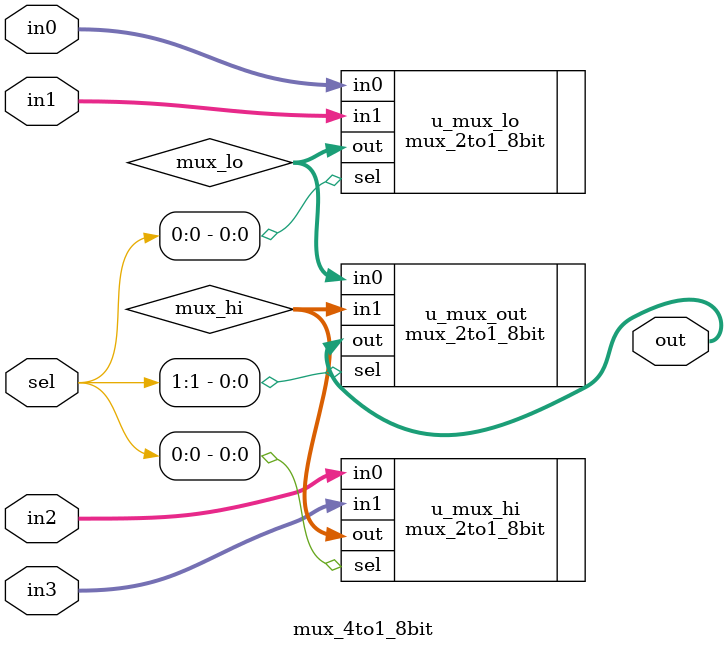
<source format=sv>

module mux_4to1_8bit (
    input  logic [7:0] in0,
    input  logic [7:0] in1,
    input  logic [7:0] in2,
    input  logic [7:0] in3,
    input  logic [1:0] sel,
    output logic [7:0] out
);
    // First stage: select between pairs using sel[0]
    logic [7:0] mux_lo, mux_hi;

    mux_2to1_8bit u_mux_lo (.in0(in0), .in1(in1), .sel(sel[0]), .out(mux_lo));
    mux_2to1_8bit u_mux_hi (.in0(in2), .in1(in3), .sel(sel[0]), .out(mux_hi));

    // Second stage: select between results using sel[1]
    mux_2to1_8bit u_mux_out (.in0(mux_lo), .in1(mux_hi), .sel(sel[1]), .out(out));

endmodule

</source>
